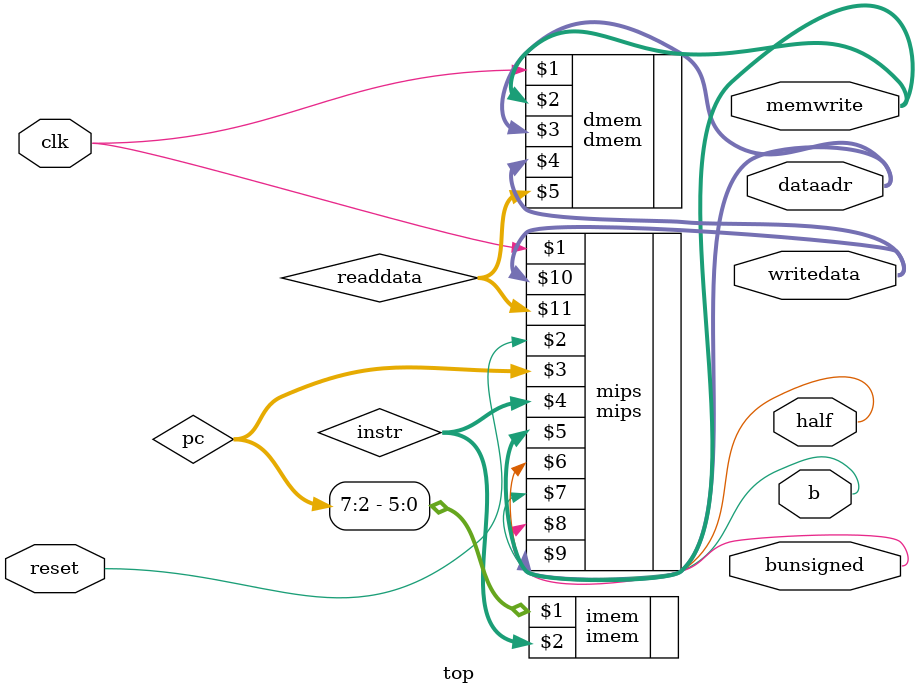
<source format=sv>

module top(input  logic        clk, reset, 
           output logic [31:0] writedata, dataadr, 
           output logic [1:0]  memwrite,
           output logic half,b,bunsigned);

  logic [31:0] pc, instr, readdata;
  
  // instantiate processor and memories
  mips mips(clk, reset, pc, instr, memwrite,half,b,bunsigned, dataadr, 
            writedata, readdata);
  imem imem(pc[7:2], instr);
  dmem dmem(clk, memwrite, dataadr, writedata, readdata);
endmodule


</source>
